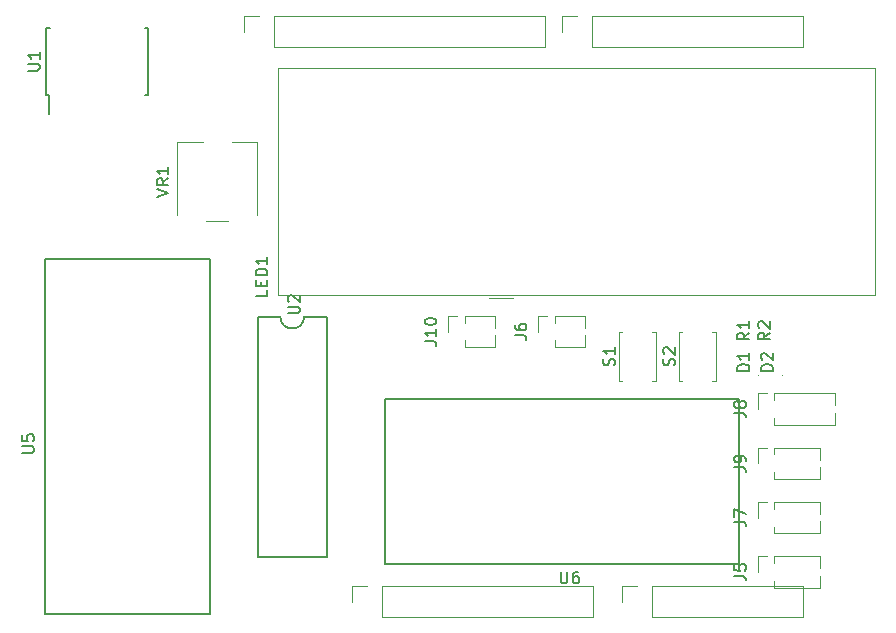
<source format=gbr>
%TF.GenerationSoftware,KiCad,Pcbnew,(7.0.0)*%
%TF.CreationDate,2023-05-09T23:11:13-07:00*%
%TF.ProjectId,CPE_301_KiCAD_Final,4350455f-3330-4315-9f4b-694341445f46,rev?*%
%TF.SameCoordinates,Original*%
%TF.FileFunction,Legend,Top*%
%TF.FilePolarity,Positive*%
%FSLAX46Y46*%
G04 Gerber Fmt 4.6, Leading zero omitted, Abs format (unit mm)*
G04 Created by KiCad (PCBNEW (7.0.0)) date 2023-05-09 23:11:13*
%MOMM*%
%LPD*%
G01*
G04 APERTURE LIST*
%ADD10C,0.150000*%
%ADD11C,0.120000*%
%ADD12C,0.152400*%
%ADD13C,0.127000*%
%ADD14C,0.100000*%
G04 APERTURE END LIST*
D10*
%TO.C,U2*%
X121211371Y-73075608D02*
X122020920Y-73075608D01*
X122020920Y-73075608D02*
X122116161Y-73027987D01*
X122116161Y-73027987D02*
X122163781Y-72980367D01*
X122163781Y-72980367D02*
X122211402Y-72885126D01*
X122211402Y-72885126D02*
X122211402Y-72694644D01*
X122211402Y-72694644D02*
X122163781Y-72599403D01*
X122163781Y-72599403D02*
X122116161Y-72551782D01*
X122116161Y-72551782D02*
X122020920Y-72504162D01*
X122020920Y-72504162D02*
X121211371Y-72504162D01*
X121306612Y-72075576D02*
X121258992Y-72027956D01*
X121258992Y-72027956D02*
X121211371Y-71932715D01*
X121211371Y-71932715D02*
X121211371Y-71694612D01*
X121211371Y-71694612D02*
X121258992Y-71599371D01*
X121258992Y-71599371D02*
X121306612Y-71551751D01*
X121306612Y-71551751D02*
X121401853Y-71504130D01*
X121401853Y-71504130D02*
X121497094Y-71504130D01*
X121497094Y-71504130D02*
X121639956Y-71551751D01*
X121639956Y-71551751D02*
X122211402Y-72123197D01*
X122211402Y-72123197D02*
X122211402Y-71504130D01*
%TO.C,J8*%
X159003680Y-81499533D02*
X159717966Y-81499533D01*
X159717966Y-81499533D02*
X159860823Y-81547152D01*
X159860823Y-81547152D02*
X159956061Y-81642390D01*
X159956061Y-81642390D02*
X160003680Y-81785247D01*
X160003680Y-81785247D02*
X160003680Y-81880485D01*
X159432252Y-80880485D02*
X159384633Y-80975723D01*
X159384633Y-80975723D02*
X159337014Y-81023342D01*
X159337014Y-81023342D02*
X159241776Y-81070961D01*
X159241776Y-81070961D02*
X159194157Y-81070961D01*
X159194157Y-81070961D02*
X159098919Y-81023342D01*
X159098919Y-81023342D02*
X159051300Y-80975723D01*
X159051300Y-80975723D02*
X159003680Y-80880485D01*
X159003680Y-80880485D02*
X159003680Y-80690009D01*
X159003680Y-80690009D02*
X159051300Y-80594771D01*
X159051300Y-80594771D02*
X159098919Y-80547152D01*
X159098919Y-80547152D02*
X159194157Y-80499533D01*
X159194157Y-80499533D02*
X159241776Y-80499533D01*
X159241776Y-80499533D02*
X159337014Y-80547152D01*
X159337014Y-80547152D02*
X159384633Y-80594771D01*
X159384633Y-80594771D02*
X159432252Y-80690009D01*
X159432252Y-80690009D02*
X159432252Y-80880485D01*
X159432252Y-80880485D02*
X159479871Y-80975723D01*
X159479871Y-80975723D02*
X159527490Y-81023342D01*
X159527490Y-81023342D02*
X159622728Y-81070961D01*
X159622728Y-81070961D02*
X159813204Y-81070961D01*
X159813204Y-81070961D02*
X159908442Y-81023342D01*
X159908442Y-81023342D02*
X159956061Y-80975723D01*
X159956061Y-80975723D02*
X160003680Y-80880485D01*
X160003680Y-80880485D02*
X160003680Y-80690009D01*
X160003680Y-80690009D02*
X159956061Y-80594771D01*
X159956061Y-80594771D02*
X159908442Y-80547152D01*
X159908442Y-80547152D02*
X159813204Y-80499533D01*
X159813204Y-80499533D02*
X159622728Y-80499533D01*
X159622728Y-80499533D02*
X159527490Y-80547152D01*
X159527490Y-80547152D02*
X159479871Y-80594771D01*
X159479871Y-80594771D02*
X159432252Y-80690009D01*
%TO.C,LED1*%
X119488680Y-71080247D02*
X119488680Y-71556437D01*
X119488680Y-71556437D02*
X118488680Y-71556437D01*
X118964871Y-70746913D02*
X118964871Y-70413580D01*
X119488680Y-70270723D02*
X119488680Y-70746913D01*
X119488680Y-70746913D02*
X118488680Y-70746913D01*
X118488680Y-70746913D02*
X118488680Y-70270723D01*
X119488680Y-69842151D02*
X118488680Y-69842151D01*
X118488680Y-69842151D02*
X118488680Y-69604056D01*
X118488680Y-69604056D02*
X118536300Y-69461199D01*
X118536300Y-69461199D02*
X118631538Y-69365961D01*
X118631538Y-69365961D02*
X118726776Y-69318342D01*
X118726776Y-69318342D02*
X118917252Y-69270723D01*
X118917252Y-69270723D02*
X119060109Y-69270723D01*
X119060109Y-69270723D02*
X119250585Y-69318342D01*
X119250585Y-69318342D02*
X119345823Y-69365961D01*
X119345823Y-69365961D02*
X119441061Y-69461199D01*
X119441061Y-69461199D02*
X119488680Y-69604056D01*
X119488680Y-69604056D02*
X119488680Y-69842151D01*
X119488680Y-68318342D02*
X119488680Y-68889770D01*
X119488680Y-68604056D02*
X118488680Y-68604056D01*
X118488680Y-68604056D02*
X118631538Y-68699294D01*
X118631538Y-68699294D02*
X118726776Y-68794532D01*
X118726776Y-68794532D02*
X118774395Y-68889770D01*
%TO.C,U5*%
X98732380Y-84886904D02*
X99541904Y-84886904D01*
X99541904Y-84886904D02*
X99637142Y-84839285D01*
X99637142Y-84839285D02*
X99684761Y-84791666D01*
X99684761Y-84791666D02*
X99732380Y-84696428D01*
X99732380Y-84696428D02*
X99732380Y-84505952D01*
X99732380Y-84505952D02*
X99684761Y-84410714D01*
X99684761Y-84410714D02*
X99637142Y-84363095D01*
X99637142Y-84363095D02*
X99541904Y-84315476D01*
X99541904Y-84315476D02*
X98732380Y-84315476D01*
X98732380Y-83363095D02*
X98732380Y-83839285D01*
X98732380Y-83839285D02*
X99208571Y-83886904D01*
X99208571Y-83886904D02*
X99160952Y-83839285D01*
X99160952Y-83839285D02*
X99113333Y-83744047D01*
X99113333Y-83744047D02*
X99113333Y-83505952D01*
X99113333Y-83505952D02*
X99160952Y-83410714D01*
X99160952Y-83410714D02*
X99208571Y-83363095D01*
X99208571Y-83363095D02*
X99303809Y-83315476D01*
X99303809Y-83315476D02*
X99541904Y-83315476D01*
X99541904Y-83315476D02*
X99637142Y-83363095D01*
X99637142Y-83363095D02*
X99684761Y-83410714D01*
X99684761Y-83410714D02*
X99732380Y-83505952D01*
X99732380Y-83505952D02*
X99732380Y-83744047D01*
X99732380Y-83744047D02*
X99684761Y-83839285D01*
X99684761Y-83839285D02*
X99637142Y-83886904D01*
%TO.C,J6*%
X140412380Y-74933333D02*
X141126666Y-74933333D01*
X141126666Y-74933333D02*
X141269523Y-74980952D01*
X141269523Y-74980952D02*
X141364761Y-75076190D01*
X141364761Y-75076190D02*
X141412380Y-75219047D01*
X141412380Y-75219047D02*
X141412380Y-75314285D01*
X140412380Y-74028571D02*
X140412380Y-74219047D01*
X140412380Y-74219047D02*
X140460000Y-74314285D01*
X140460000Y-74314285D02*
X140507619Y-74361904D01*
X140507619Y-74361904D02*
X140650476Y-74457142D01*
X140650476Y-74457142D02*
X140840952Y-74504761D01*
X140840952Y-74504761D02*
X141221904Y-74504761D01*
X141221904Y-74504761D02*
X141317142Y-74457142D01*
X141317142Y-74457142D02*
X141364761Y-74409523D01*
X141364761Y-74409523D02*
X141412380Y-74314285D01*
X141412380Y-74314285D02*
X141412380Y-74123809D01*
X141412380Y-74123809D02*
X141364761Y-74028571D01*
X141364761Y-74028571D02*
X141317142Y-73980952D01*
X141317142Y-73980952D02*
X141221904Y-73933333D01*
X141221904Y-73933333D02*
X140983809Y-73933333D01*
X140983809Y-73933333D02*
X140888571Y-73980952D01*
X140888571Y-73980952D02*
X140840952Y-74028571D01*
X140840952Y-74028571D02*
X140793333Y-74123809D01*
X140793333Y-74123809D02*
X140793333Y-74314285D01*
X140793333Y-74314285D02*
X140840952Y-74409523D01*
X140840952Y-74409523D02*
X140888571Y-74457142D01*
X140888571Y-74457142D02*
X140983809Y-74504761D01*
%TO.C,S2*%
X153949761Y-77461904D02*
X153997380Y-77319047D01*
X153997380Y-77319047D02*
X153997380Y-77080952D01*
X153997380Y-77080952D02*
X153949761Y-76985714D01*
X153949761Y-76985714D02*
X153902142Y-76938095D01*
X153902142Y-76938095D02*
X153806904Y-76890476D01*
X153806904Y-76890476D02*
X153711666Y-76890476D01*
X153711666Y-76890476D02*
X153616428Y-76938095D01*
X153616428Y-76938095D02*
X153568809Y-76985714D01*
X153568809Y-76985714D02*
X153521190Y-77080952D01*
X153521190Y-77080952D02*
X153473571Y-77271428D01*
X153473571Y-77271428D02*
X153425952Y-77366666D01*
X153425952Y-77366666D02*
X153378333Y-77414285D01*
X153378333Y-77414285D02*
X153283095Y-77461904D01*
X153283095Y-77461904D02*
X153187857Y-77461904D01*
X153187857Y-77461904D02*
X153092619Y-77414285D01*
X153092619Y-77414285D02*
X153045000Y-77366666D01*
X153045000Y-77366666D02*
X152997380Y-77271428D01*
X152997380Y-77271428D02*
X152997380Y-77033333D01*
X152997380Y-77033333D02*
X153045000Y-76890476D01*
X153092619Y-76509523D02*
X153045000Y-76461904D01*
X153045000Y-76461904D02*
X152997380Y-76366666D01*
X152997380Y-76366666D02*
X152997380Y-76128571D01*
X152997380Y-76128571D02*
X153045000Y-76033333D01*
X153045000Y-76033333D02*
X153092619Y-75985714D01*
X153092619Y-75985714D02*
X153187857Y-75938095D01*
X153187857Y-75938095D02*
X153283095Y-75938095D01*
X153283095Y-75938095D02*
X153425952Y-75985714D01*
X153425952Y-75985714D02*
X153997380Y-76557142D01*
X153997380Y-76557142D02*
X153997380Y-75938095D01*
%TO.C,R2*%
X162038680Y-74692866D02*
X161562490Y-75026199D01*
X162038680Y-75264294D02*
X161038680Y-75264294D01*
X161038680Y-75264294D02*
X161038680Y-74883342D01*
X161038680Y-74883342D02*
X161086300Y-74788104D01*
X161086300Y-74788104D02*
X161133919Y-74740485D01*
X161133919Y-74740485D02*
X161229157Y-74692866D01*
X161229157Y-74692866D02*
X161372014Y-74692866D01*
X161372014Y-74692866D02*
X161467252Y-74740485D01*
X161467252Y-74740485D02*
X161514871Y-74788104D01*
X161514871Y-74788104D02*
X161562490Y-74883342D01*
X161562490Y-74883342D02*
X161562490Y-75264294D01*
X161133919Y-74311913D02*
X161086300Y-74264294D01*
X161086300Y-74264294D02*
X161038680Y-74169056D01*
X161038680Y-74169056D02*
X161038680Y-73930961D01*
X161038680Y-73930961D02*
X161086300Y-73835723D01*
X161086300Y-73835723D02*
X161133919Y-73788104D01*
X161133919Y-73788104D02*
X161229157Y-73740485D01*
X161229157Y-73740485D02*
X161324395Y-73740485D01*
X161324395Y-73740485D02*
X161467252Y-73788104D01*
X161467252Y-73788104D02*
X162038680Y-74359532D01*
X162038680Y-74359532D02*
X162038680Y-73740485D01*
%TO.C,VR1*%
X110107380Y-63209523D02*
X111107380Y-62876190D01*
X111107380Y-62876190D02*
X110107380Y-62542857D01*
X111107380Y-61638095D02*
X110631190Y-61971428D01*
X111107380Y-62209523D02*
X110107380Y-62209523D01*
X110107380Y-62209523D02*
X110107380Y-61828571D01*
X110107380Y-61828571D02*
X110155000Y-61733333D01*
X110155000Y-61733333D02*
X110202619Y-61685714D01*
X110202619Y-61685714D02*
X110297857Y-61638095D01*
X110297857Y-61638095D02*
X110440714Y-61638095D01*
X110440714Y-61638095D02*
X110535952Y-61685714D01*
X110535952Y-61685714D02*
X110583571Y-61733333D01*
X110583571Y-61733333D02*
X110631190Y-61828571D01*
X110631190Y-61828571D02*
X110631190Y-62209523D01*
X111107380Y-60685714D02*
X111107380Y-61257142D01*
X111107380Y-60971428D02*
X110107380Y-60971428D01*
X110107380Y-60971428D02*
X110250238Y-61066666D01*
X110250238Y-61066666D02*
X110345476Y-61161904D01*
X110345476Y-61161904D02*
X110393095Y-61257142D01*
%TO.C,R1*%
X160288680Y-74692866D02*
X159812490Y-75026199D01*
X160288680Y-75264294D02*
X159288680Y-75264294D01*
X159288680Y-75264294D02*
X159288680Y-74883342D01*
X159288680Y-74883342D02*
X159336300Y-74788104D01*
X159336300Y-74788104D02*
X159383919Y-74740485D01*
X159383919Y-74740485D02*
X159479157Y-74692866D01*
X159479157Y-74692866D02*
X159622014Y-74692866D01*
X159622014Y-74692866D02*
X159717252Y-74740485D01*
X159717252Y-74740485D02*
X159764871Y-74788104D01*
X159764871Y-74788104D02*
X159812490Y-74883342D01*
X159812490Y-74883342D02*
X159812490Y-75264294D01*
X160288680Y-73740485D02*
X160288680Y-74311913D01*
X160288680Y-74026199D02*
X159288680Y-74026199D01*
X159288680Y-74026199D02*
X159431538Y-74121437D01*
X159431538Y-74121437D02*
X159526776Y-74216675D01*
X159526776Y-74216675D02*
X159574395Y-74311913D01*
%TO.C,U1*%
X99197380Y-52501904D02*
X100006904Y-52501904D01*
X100006904Y-52501904D02*
X100102142Y-52454285D01*
X100102142Y-52454285D02*
X100149761Y-52406666D01*
X100149761Y-52406666D02*
X100197380Y-52311428D01*
X100197380Y-52311428D02*
X100197380Y-52120952D01*
X100197380Y-52120952D02*
X100149761Y-52025714D01*
X100149761Y-52025714D02*
X100102142Y-51978095D01*
X100102142Y-51978095D02*
X100006904Y-51930476D01*
X100006904Y-51930476D02*
X99197380Y-51930476D01*
X100197380Y-50930476D02*
X100197380Y-51501904D01*
X100197380Y-51216190D02*
X99197380Y-51216190D01*
X99197380Y-51216190D02*
X99340238Y-51311428D01*
X99340238Y-51311428D02*
X99435476Y-51406666D01*
X99435476Y-51406666D02*
X99483095Y-51501904D01*
%TO.C,S1*%
X148869761Y-77461904D02*
X148917380Y-77319047D01*
X148917380Y-77319047D02*
X148917380Y-77080952D01*
X148917380Y-77080952D02*
X148869761Y-76985714D01*
X148869761Y-76985714D02*
X148822142Y-76938095D01*
X148822142Y-76938095D02*
X148726904Y-76890476D01*
X148726904Y-76890476D02*
X148631666Y-76890476D01*
X148631666Y-76890476D02*
X148536428Y-76938095D01*
X148536428Y-76938095D02*
X148488809Y-76985714D01*
X148488809Y-76985714D02*
X148441190Y-77080952D01*
X148441190Y-77080952D02*
X148393571Y-77271428D01*
X148393571Y-77271428D02*
X148345952Y-77366666D01*
X148345952Y-77366666D02*
X148298333Y-77414285D01*
X148298333Y-77414285D02*
X148203095Y-77461904D01*
X148203095Y-77461904D02*
X148107857Y-77461904D01*
X148107857Y-77461904D02*
X148012619Y-77414285D01*
X148012619Y-77414285D02*
X147965000Y-77366666D01*
X147965000Y-77366666D02*
X147917380Y-77271428D01*
X147917380Y-77271428D02*
X147917380Y-77033333D01*
X147917380Y-77033333D02*
X147965000Y-76890476D01*
X148917380Y-75938095D02*
X148917380Y-76509523D01*
X148917380Y-76223809D02*
X147917380Y-76223809D01*
X147917380Y-76223809D02*
X148060238Y-76319047D01*
X148060238Y-76319047D02*
X148155476Y-76414285D01*
X148155476Y-76414285D02*
X148203095Y-76509523D01*
%TO.C,U6*%
X144323095Y-94922380D02*
X144323095Y-95731904D01*
X144323095Y-95731904D02*
X144370714Y-95827142D01*
X144370714Y-95827142D02*
X144418333Y-95874761D01*
X144418333Y-95874761D02*
X144513571Y-95922380D01*
X144513571Y-95922380D02*
X144704047Y-95922380D01*
X144704047Y-95922380D02*
X144799285Y-95874761D01*
X144799285Y-95874761D02*
X144846904Y-95827142D01*
X144846904Y-95827142D02*
X144894523Y-95731904D01*
X144894523Y-95731904D02*
X144894523Y-94922380D01*
X145799285Y-94922380D02*
X145608809Y-94922380D01*
X145608809Y-94922380D02*
X145513571Y-94970000D01*
X145513571Y-94970000D02*
X145465952Y-95017619D01*
X145465952Y-95017619D02*
X145370714Y-95160476D01*
X145370714Y-95160476D02*
X145323095Y-95350952D01*
X145323095Y-95350952D02*
X145323095Y-95731904D01*
X145323095Y-95731904D02*
X145370714Y-95827142D01*
X145370714Y-95827142D02*
X145418333Y-95874761D01*
X145418333Y-95874761D02*
X145513571Y-95922380D01*
X145513571Y-95922380D02*
X145704047Y-95922380D01*
X145704047Y-95922380D02*
X145799285Y-95874761D01*
X145799285Y-95874761D02*
X145846904Y-95827142D01*
X145846904Y-95827142D02*
X145894523Y-95731904D01*
X145894523Y-95731904D02*
X145894523Y-95493809D01*
X145894523Y-95493809D02*
X145846904Y-95398571D01*
X145846904Y-95398571D02*
X145799285Y-95350952D01*
X145799285Y-95350952D02*
X145704047Y-95303333D01*
X145704047Y-95303333D02*
X145513571Y-95303333D01*
X145513571Y-95303333D02*
X145418333Y-95350952D01*
X145418333Y-95350952D02*
X145370714Y-95398571D01*
X145370714Y-95398571D02*
X145323095Y-95493809D01*
%TO.C,J10*%
X132792380Y-75409523D02*
X133506666Y-75409523D01*
X133506666Y-75409523D02*
X133649523Y-75457142D01*
X133649523Y-75457142D02*
X133744761Y-75552380D01*
X133744761Y-75552380D02*
X133792380Y-75695237D01*
X133792380Y-75695237D02*
X133792380Y-75790475D01*
X133792380Y-74409523D02*
X133792380Y-74980951D01*
X133792380Y-74695237D02*
X132792380Y-74695237D01*
X132792380Y-74695237D02*
X132935238Y-74790475D01*
X132935238Y-74790475D02*
X133030476Y-74885713D01*
X133030476Y-74885713D02*
X133078095Y-74980951D01*
X132792380Y-73790475D02*
X132792380Y-73695237D01*
X132792380Y-73695237D02*
X132840000Y-73599999D01*
X132840000Y-73599999D02*
X132887619Y-73552380D01*
X132887619Y-73552380D02*
X132982857Y-73504761D01*
X132982857Y-73504761D02*
X133173333Y-73457142D01*
X133173333Y-73457142D02*
X133411428Y-73457142D01*
X133411428Y-73457142D02*
X133601904Y-73504761D01*
X133601904Y-73504761D02*
X133697142Y-73552380D01*
X133697142Y-73552380D02*
X133744761Y-73599999D01*
X133744761Y-73599999D02*
X133792380Y-73695237D01*
X133792380Y-73695237D02*
X133792380Y-73790475D01*
X133792380Y-73790475D02*
X133744761Y-73885713D01*
X133744761Y-73885713D02*
X133697142Y-73933332D01*
X133697142Y-73933332D02*
X133601904Y-73980951D01*
X133601904Y-73980951D02*
X133411428Y-74028570D01*
X133411428Y-74028570D02*
X133173333Y-74028570D01*
X133173333Y-74028570D02*
X132982857Y-73980951D01*
X132982857Y-73980951D02*
X132887619Y-73933332D01*
X132887619Y-73933332D02*
X132840000Y-73885713D01*
X132840000Y-73885713D02*
X132792380Y-73790475D01*
%TO.C,J7*%
X159003680Y-90699533D02*
X159717966Y-90699533D01*
X159717966Y-90699533D02*
X159860823Y-90747152D01*
X159860823Y-90747152D02*
X159956061Y-90842390D01*
X159956061Y-90842390D02*
X160003680Y-90985247D01*
X160003680Y-90985247D02*
X160003680Y-91080485D01*
X159003680Y-90318580D02*
X159003680Y-89651914D01*
X159003680Y-89651914D02*
X160003680Y-90080485D01*
%TO.C,J9*%
X159003680Y-86099533D02*
X159717966Y-86099533D01*
X159717966Y-86099533D02*
X159860823Y-86147152D01*
X159860823Y-86147152D02*
X159956061Y-86242390D01*
X159956061Y-86242390D02*
X160003680Y-86385247D01*
X160003680Y-86385247D02*
X160003680Y-86480485D01*
X160003680Y-85575723D02*
X160003680Y-85385247D01*
X160003680Y-85385247D02*
X159956061Y-85290009D01*
X159956061Y-85290009D02*
X159908442Y-85242390D01*
X159908442Y-85242390D02*
X159765585Y-85147152D01*
X159765585Y-85147152D02*
X159575109Y-85099533D01*
X159575109Y-85099533D02*
X159194157Y-85099533D01*
X159194157Y-85099533D02*
X159098919Y-85147152D01*
X159098919Y-85147152D02*
X159051300Y-85194771D01*
X159051300Y-85194771D02*
X159003680Y-85290009D01*
X159003680Y-85290009D02*
X159003680Y-85480485D01*
X159003680Y-85480485D02*
X159051300Y-85575723D01*
X159051300Y-85575723D02*
X159098919Y-85623342D01*
X159098919Y-85623342D02*
X159194157Y-85670961D01*
X159194157Y-85670961D02*
X159432252Y-85670961D01*
X159432252Y-85670961D02*
X159527490Y-85623342D01*
X159527490Y-85623342D02*
X159575109Y-85575723D01*
X159575109Y-85575723D02*
X159622728Y-85480485D01*
X159622728Y-85480485D02*
X159622728Y-85290009D01*
X159622728Y-85290009D02*
X159575109Y-85194771D01*
X159575109Y-85194771D02*
X159527490Y-85147152D01*
X159527490Y-85147152D02*
X159432252Y-85099533D01*
%TO.C,D2*%
X162278680Y-77939294D02*
X161278680Y-77939294D01*
X161278680Y-77939294D02*
X161278680Y-77701199D01*
X161278680Y-77701199D02*
X161326300Y-77558342D01*
X161326300Y-77558342D02*
X161421538Y-77463104D01*
X161421538Y-77463104D02*
X161516776Y-77415485D01*
X161516776Y-77415485D02*
X161707252Y-77367866D01*
X161707252Y-77367866D02*
X161850109Y-77367866D01*
X161850109Y-77367866D02*
X162040585Y-77415485D01*
X162040585Y-77415485D02*
X162135823Y-77463104D01*
X162135823Y-77463104D02*
X162231061Y-77558342D01*
X162231061Y-77558342D02*
X162278680Y-77701199D01*
X162278680Y-77701199D02*
X162278680Y-77939294D01*
X161373919Y-76986913D02*
X161326300Y-76939294D01*
X161326300Y-76939294D02*
X161278680Y-76844056D01*
X161278680Y-76844056D02*
X161278680Y-76605961D01*
X161278680Y-76605961D02*
X161326300Y-76510723D01*
X161326300Y-76510723D02*
X161373919Y-76463104D01*
X161373919Y-76463104D02*
X161469157Y-76415485D01*
X161469157Y-76415485D02*
X161564395Y-76415485D01*
X161564395Y-76415485D02*
X161707252Y-76463104D01*
X161707252Y-76463104D02*
X162278680Y-77034532D01*
X162278680Y-77034532D02*
X162278680Y-76415485D01*
%TO.C,D1*%
X160288680Y-77939294D02*
X159288680Y-77939294D01*
X159288680Y-77939294D02*
X159288680Y-77701199D01*
X159288680Y-77701199D02*
X159336300Y-77558342D01*
X159336300Y-77558342D02*
X159431538Y-77463104D01*
X159431538Y-77463104D02*
X159526776Y-77415485D01*
X159526776Y-77415485D02*
X159717252Y-77367866D01*
X159717252Y-77367866D02*
X159860109Y-77367866D01*
X159860109Y-77367866D02*
X160050585Y-77415485D01*
X160050585Y-77415485D02*
X160145823Y-77463104D01*
X160145823Y-77463104D02*
X160241061Y-77558342D01*
X160241061Y-77558342D02*
X160288680Y-77701199D01*
X160288680Y-77701199D02*
X160288680Y-77939294D01*
X160288680Y-76415485D02*
X160288680Y-76986913D01*
X160288680Y-76701199D02*
X159288680Y-76701199D01*
X159288680Y-76701199D02*
X159431538Y-76796437D01*
X159431538Y-76796437D02*
X159526776Y-76891675D01*
X159526776Y-76891675D02*
X159574395Y-76986913D01*
%TO.C,J5*%
X159003680Y-95299533D02*
X159717966Y-95299533D01*
X159717966Y-95299533D02*
X159860823Y-95347152D01*
X159860823Y-95347152D02*
X159956061Y-95442390D01*
X159956061Y-95442390D02*
X160003680Y-95585247D01*
X160003680Y-95585247D02*
X160003680Y-95680485D01*
X159003680Y-94347152D02*
X159003680Y-94823342D01*
X159003680Y-94823342D02*
X159479871Y-94870961D01*
X159479871Y-94870961D02*
X159432252Y-94823342D01*
X159432252Y-94823342D02*
X159384633Y-94728104D01*
X159384633Y-94728104D02*
X159384633Y-94490009D01*
X159384633Y-94490009D02*
X159432252Y-94394771D01*
X159432252Y-94394771D02*
X159479871Y-94347152D01*
X159479871Y-94347152D02*
X159575109Y-94299533D01*
X159575109Y-94299533D02*
X159813204Y-94299533D01*
X159813204Y-94299533D02*
X159908442Y-94347152D01*
X159908442Y-94347152D02*
X159956061Y-94394771D01*
X159956061Y-94394771D02*
X160003680Y-94490009D01*
X160003680Y-94490009D02*
X160003680Y-94728104D01*
X160003680Y-94728104D02*
X159956061Y-94823342D01*
X159956061Y-94823342D02*
X159908442Y-94870961D01*
D11*
%TO.C,J1*%
X129210000Y-98790000D02*
X147050000Y-98790000D01*
X129210000Y-98790000D02*
X129210000Y-96130000D01*
X147050000Y-98790000D02*
X147050000Y-96130000D01*
X126610000Y-97460000D02*
X126610000Y-96130000D01*
X126610000Y-96130000D02*
X127940000Y-96130000D01*
X129210000Y-96130000D02*
X147050000Y-96130000D01*
%TO.C,J3*%
X152070000Y-98790000D02*
X164830000Y-98790000D01*
X152070000Y-98790000D02*
X152070000Y-96130000D01*
X164830000Y-98790000D02*
X164830000Y-96130000D01*
X149470000Y-97460000D02*
X149470000Y-96130000D01*
X149470000Y-96130000D02*
X150800000Y-96130000D01*
X152070000Y-96130000D02*
X164830000Y-96130000D01*
%TO.C,J2*%
X120066000Y-50530000D02*
X142986000Y-50530000D01*
X120066000Y-50530000D02*
X120066000Y-47870000D01*
X142986000Y-50530000D02*
X142986000Y-47870000D01*
X117466000Y-49200000D02*
X117466000Y-47870000D01*
X117466000Y-47870000D02*
X118796000Y-47870000D01*
X120066000Y-47870000D02*
X142986000Y-47870000D01*
%TO.C,J4*%
X146990000Y-50530000D02*
X164830000Y-50530000D01*
X146990000Y-50530000D02*
X146990000Y-47870000D01*
X164830000Y-50530000D02*
X164830000Y-47870000D01*
X144390000Y-49200000D02*
X144390000Y-47870000D01*
X144390000Y-47870000D02*
X145720000Y-47870000D01*
X146990000Y-47870000D02*
X164830000Y-47870000D01*
D12*
%TO.C,U2*%
X124511000Y-73330000D02*
X122606000Y-73330000D01*
X118669000Y-73330000D02*
X120574000Y-73330000D01*
X118669000Y-73330000D02*
X118669000Y-93650000D01*
X124511000Y-93650000D02*
X124511000Y-73330000D01*
X124511000Y-93650000D02*
X118669000Y-93650000D01*
X120574000Y-73330000D02*
G75*
G03*
X122606000Y-73330000I1016000J0D01*
G01*
D11*
%TO.C,J8*%
X162406300Y-82496200D02*
X167546300Y-82496200D01*
X162406300Y-82496200D02*
X162406300Y-81926200D01*
X167546300Y-82496200D02*
X167546300Y-81473730D01*
X161011300Y-81166200D02*
X161011300Y-79836200D01*
X167546300Y-80858670D02*
X167546300Y-79836200D01*
X162406300Y-80406200D02*
X162406300Y-79836200D01*
X161011300Y-79836200D02*
X161771300Y-79836200D01*
X162406300Y-79836200D02*
X167546300Y-79836200D01*
%TO.C,LED1*%
X138271300Y-71771200D02*
X140271300Y-71771200D01*
X120351300Y-71521200D02*
X170891300Y-71521200D01*
X120351300Y-71521200D02*
X120351300Y-52281200D01*
X170891300Y-71521200D02*
X170891300Y-52281200D01*
X170891300Y-52281200D02*
X120351300Y-52281200D01*
D13*
%TO.C,U5*%
X114620000Y-68490000D02*
X100620000Y-68490000D01*
X114620000Y-68490000D02*
X114620000Y-98490000D01*
X100620000Y-68490000D02*
X100620000Y-98490000D01*
X114620000Y-98490000D02*
X100620000Y-98490000D01*
D11*
%TO.C,J6*%
X143815000Y-75930000D02*
X146415000Y-75930000D01*
X143815000Y-75930000D02*
X143815000Y-75360000D01*
X146415000Y-75930000D02*
X146415000Y-74907530D01*
X142420000Y-74600000D02*
X142420000Y-73270000D01*
X146415000Y-74292470D02*
X146415000Y-73270000D01*
X143815000Y-73840000D02*
X143815000Y-73270000D01*
X142420000Y-73270000D02*
X143180000Y-73270000D01*
X143815000Y-73270000D02*
X146415000Y-73270000D01*
%TO.C,S2*%
X154310000Y-78770000D02*
X154310000Y-74630000D01*
X154610000Y-78770000D02*
X154310000Y-78770000D01*
X157450000Y-78770000D02*
X157150000Y-78770000D01*
X154310000Y-74630000D02*
X154610000Y-74630000D01*
X157150000Y-74630000D02*
X157450000Y-74630000D01*
X157450000Y-74630000D02*
X157450000Y-78770000D01*
%TO.C,VR1*%
X114331000Y-65270000D02*
X116150000Y-65270000D01*
X111869000Y-64734000D02*
X111869000Y-58530000D01*
X118610000Y-64734000D02*
X118610000Y-58530000D01*
X111869000Y-58530000D02*
X114000000Y-58530000D01*
X116480000Y-58530000D02*
X118610000Y-58530000D01*
D10*
%TO.C,U1*%
X100755000Y-54615000D02*
X100980000Y-54615000D01*
X100755000Y-54615000D02*
X100755000Y-48865000D01*
X100980000Y-54615000D02*
X100980000Y-56215000D01*
X109405000Y-54615000D02*
X109105000Y-54615000D01*
X109405000Y-54615000D02*
X109405000Y-48865000D01*
X100755000Y-48865000D02*
X101055000Y-48865000D01*
X109405000Y-48865000D02*
X109105000Y-48865000D01*
D11*
%TO.C,S1*%
X149230000Y-78770000D02*
X149230000Y-74630000D01*
X149530000Y-78770000D02*
X149230000Y-78770000D01*
X152370000Y-78770000D02*
X152070000Y-78770000D01*
X149230000Y-74630000D02*
X149530000Y-74630000D01*
X152070000Y-74630000D02*
X152370000Y-74630000D01*
X152370000Y-74630000D02*
X152370000Y-78770000D01*
D13*
%TO.C,U6*%
X129450000Y-80300000D02*
X129450000Y-94300000D01*
X129450000Y-80300000D02*
X159450000Y-80300000D01*
X129450000Y-94300000D02*
X159450000Y-94300000D01*
X159450000Y-80300000D02*
X159450000Y-94300000D01*
D11*
%TO.C,J10*%
X136195000Y-75930000D02*
X138795000Y-75930000D01*
X136195000Y-75930000D02*
X136195000Y-75360000D01*
X138795000Y-75930000D02*
X138795000Y-74907530D01*
X134800000Y-74600000D02*
X134800000Y-73270000D01*
X138795000Y-74292470D02*
X138795000Y-73270000D01*
X136195000Y-73840000D02*
X136195000Y-73270000D01*
X134800000Y-73270000D02*
X135560000Y-73270000D01*
X136195000Y-73270000D02*
X138795000Y-73270000D01*
%TO.C,J7*%
X162406300Y-91696200D02*
X166276300Y-91696200D01*
X162406300Y-91696200D02*
X162406300Y-91126200D01*
X166276300Y-91696200D02*
X166276300Y-90673730D01*
X161011300Y-90366200D02*
X161011300Y-89036200D01*
X166276300Y-90058670D02*
X166276300Y-89036200D01*
X162406300Y-89606200D02*
X162406300Y-89036200D01*
X161011300Y-89036200D02*
X161771300Y-89036200D01*
X162406300Y-89036200D02*
X166276300Y-89036200D01*
%TO.C,J9*%
X162406300Y-87096200D02*
X166276300Y-87096200D01*
X162406300Y-87096200D02*
X162406300Y-86526200D01*
X166276300Y-87096200D02*
X166276300Y-86073730D01*
X161011300Y-85766200D02*
X161011300Y-84436200D01*
X166276300Y-85458670D02*
X166276300Y-84436200D01*
X162406300Y-85006200D02*
X162406300Y-84436200D01*
X161011300Y-84436200D02*
X161771300Y-84436200D01*
X162406300Y-84436200D02*
X166276300Y-84436200D01*
D14*
%TO.C,D2*%
X163131300Y-78291200D02*
G75*
G03*
X163131300Y-78291200I-50000J0D01*
G01*
%TO.C,D1*%
X161141300Y-78291200D02*
G75*
G03*
X161141300Y-78291200I-50000J0D01*
G01*
D11*
%TO.C,J5*%
X162406300Y-96296200D02*
X166276300Y-96296200D01*
X162406300Y-96296200D02*
X162406300Y-95726200D01*
X166276300Y-96296200D02*
X166276300Y-95273730D01*
X161011300Y-94966200D02*
X161011300Y-93636200D01*
X166276300Y-94658670D02*
X166276300Y-93636200D01*
X162406300Y-94206200D02*
X162406300Y-93636200D01*
X161011300Y-93636200D02*
X161771300Y-93636200D01*
X162406300Y-93636200D02*
X166276300Y-93636200D01*
%TD*%
M02*

</source>
